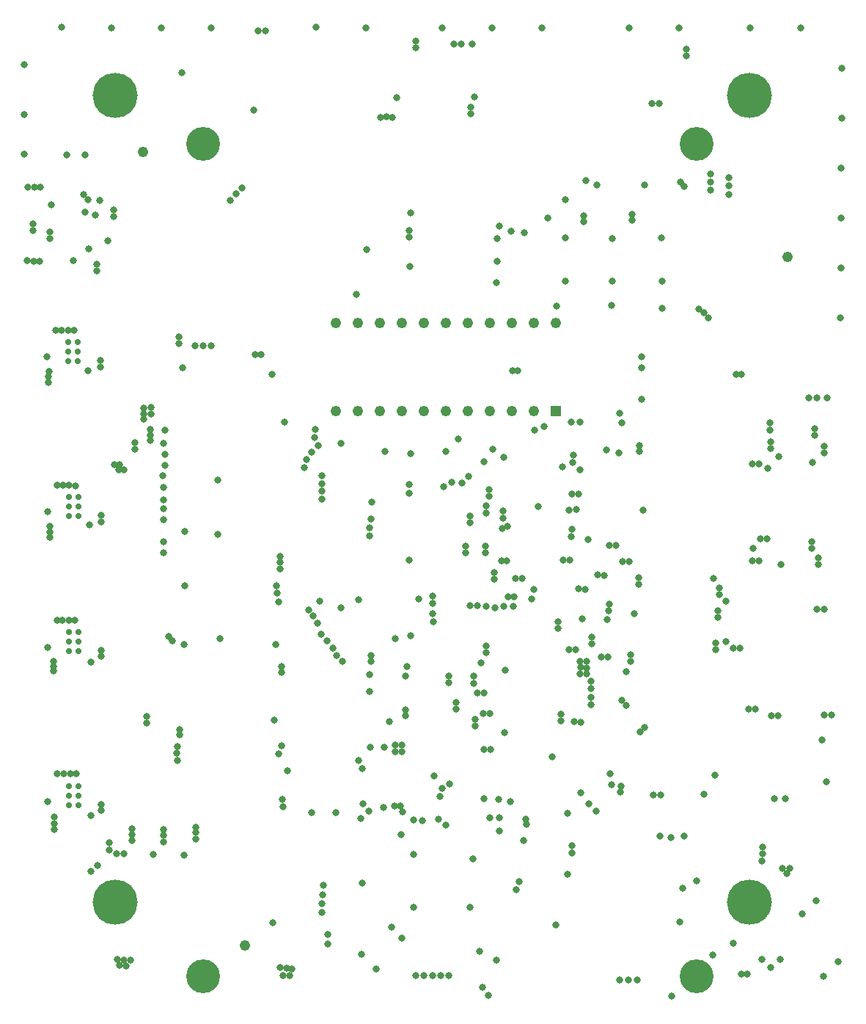
<source format=gbs>
G04*
G04 #@! TF.GenerationSoftware,Altium Limited,Altium Designer,20.0.2 (26)*
G04*
G04 Layer_Color=16711935*
%FSLAX44Y44*%
%MOMM*%
G71*
G01*
G75*
%ADD77C,1.2192*%
%ADD130C,3.9032*%
%ADD131R,1.2192X1.2192*%
%ADD132C,0.8032*%
%ADD133C,0.7032*%
%ADD134C,5.2032*%
%ADD135C,1.4732*%
D77*
X-702310Y-1074420D02*
D03*
X-820420Y-158750D02*
D03*
X-75692Y-279908D02*
D03*
X-343000Y-356000D02*
D03*
X-368400D02*
D03*
X-393800D02*
D03*
X-419200D02*
D03*
X-444600D02*
D03*
X-470000D02*
D03*
X-495400D02*
D03*
X-520800D02*
D03*
X-546200D02*
D03*
X-571600D02*
D03*
X-597000D02*
D03*
Y-457600D02*
D03*
X-571600D02*
D03*
X-546200D02*
D03*
X-520800D02*
D03*
X-495400D02*
D03*
X-470000D02*
D03*
X-444600D02*
D03*
X-419200D02*
D03*
X-393800D02*
D03*
X-368400D02*
D03*
D130*
X-750406Y-149796D02*
D03*
X-180406D02*
D03*
X-750406Y-1109796D02*
D03*
X-180406D02*
D03*
D131*
X-343000Y-457600D02*
D03*
D132*
X-719074Y-214376D02*
D03*
X-712216Y-207264D02*
D03*
X-705358Y-200152D02*
D03*
X-143510Y-208280D02*
D03*
Y-198120D02*
D03*
X-143256Y-188468D02*
D03*
X-165100Y-202692D02*
D03*
X-164846Y-193294D02*
D03*
Y-184150D02*
D03*
X-146812Y-723646D02*
D03*
X-146558Y-676910D02*
D03*
X-269494Y-1113536D02*
D03*
X-249682Y-1113790D02*
D03*
X-259334Y-1113536D02*
D03*
X-535940Y-816102D02*
D03*
X-14478Y-350520D02*
D03*
X-14224Y-292862D02*
D03*
X-13970Y-235204D02*
D03*
X-13716Y-177546D02*
D03*
X-13462Y-119888D02*
D03*
X-13208Y-62230D02*
D03*
X-60452Y-15494D02*
D03*
X-118872D02*
D03*
X-201422Y-16002D02*
D03*
X-259080Y-15748D02*
D03*
X-359156Y-16002D02*
D03*
X-416814Y-15748D02*
D03*
X-474472Y-15494D02*
D03*
X-562356D02*
D03*
X-620014Y-15240D02*
D03*
X-740918Y-16002D02*
D03*
X-798576Y-15748D02*
D03*
X-856234Y-15494D02*
D03*
X-913892Y-15240D02*
D03*
X-957072Y-58420D02*
D03*
X-957326Y-116078D02*
D03*
X-957072Y-161290D02*
D03*
X-908050Y-162560D02*
D03*
X-887222Y-162306D02*
D03*
X-658622Y-913892D02*
D03*
X-658876Y-905764D02*
D03*
X-733552Y-599694D02*
D03*
X-733298Y-537464D02*
D03*
X-839216Y-1097788D02*
D03*
X-847344Y-1097280D02*
D03*
X-76962Y-991108D02*
D03*
X-72898Y-985012D02*
D03*
X-81534D02*
D03*
X-872744Y-981456D02*
D03*
X-880110Y-988568D02*
D03*
X-42672Y-1022858D02*
D03*
X-59186Y-1037844D02*
D03*
X-105156Y-976630D02*
D03*
X-104902Y-968502D02*
D03*
X-104648Y-960628D02*
D03*
X-91186Y-904748D02*
D03*
X-78740D02*
D03*
X-927415Y-251206D02*
D03*
X-927354Y-259080D02*
D03*
X-946658Y-242062D02*
D03*
Y-249872D02*
D03*
X-322072Y-816102D02*
D03*
X-337566Y-815086D02*
D03*
Y-807212D02*
D03*
X-314198Y-816356D02*
D03*
X-138684Y-731520D02*
D03*
X-301752Y-726440D02*
D03*
X-131064Y-731520D02*
D03*
X-301762Y-718566D02*
D03*
X-256794Y-738886D02*
D03*
X-290830Y-741680D02*
D03*
X-256794Y-746506D02*
D03*
X-282956Y-741680D02*
D03*
X-154940Y-669090D02*
D03*
X-273558Y-612648D02*
D03*
X-281432Y-612902D02*
D03*
X-154940Y-661416D02*
D03*
X-282194Y-687832D02*
D03*
X-309372Y-663194D02*
D03*
X-281940Y-680212D02*
D03*
X-317246Y-662940D02*
D03*
X-317500Y-553212D02*
D03*
X-95250Y-493014D02*
D03*
X-325120Y-553466D02*
D03*
X-95250Y-500634D02*
D03*
X-96012Y-479806D02*
D03*
X-335026Y-629666D02*
D03*
X-96266Y-471678D02*
D03*
X-327406Y-629666D02*
D03*
X-267462Y-791518D02*
D03*
X-107442Y-604774D02*
D03*
X-262128Y-797106D02*
D03*
X-99568Y-604774D02*
D03*
X-302768Y-796036D02*
D03*
Y-769620D02*
D03*
X-320294Y-732790D02*
D03*
X-341122Y-700532D02*
D03*
X-424942Y-613664D02*
D03*
X-447548Y-620776D02*
D03*
X-424942Y-621284D02*
D03*
X-447548Y-613156D02*
D03*
X-442468Y-578866D02*
D03*
X-420370Y-548386D02*
D03*
Y-556260D02*
D03*
X-442468Y-586740D02*
D03*
X-434086Y-782574D02*
D03*
X-467106Y-763016D02*
D03*
X-426466Y-782574D02*
D03*
X-467106Y-770636D02*
D03*
X-423418Y-728726D02*
D03*
X-438404Y-771652D02*
D03*
X-423418Y-736346D02*
D03*
X-438150Y-763778D02*
D03*
X-419862Y-806450D02*
D03*
X-436372Y-821182D02*
D03*
X-427482Y-806704D02*
D03*
X-436372Y-813308D02*
D03*
X-172466Y-899668D02*
D03*
X-159258Y-877570D02*
D03*
X-196596Y-1008126D02*
D03*
X-180848Y-999744D02*
D03*
X-161544Y-650748D02*
D03*
X-529082Y-720090D02*
D03*
X-510794Y-717042D02*
D03*
X-34290Y-1109726D02*
D03*
X-17272Y-1093104D02*
D03*
X-83820Y-635000D02*
D03*
X-811784Y-491490D02*
D03*
Y-485394D02*
D03*
Y-479298D02*
D03*
X-816102Y-809752D02*
D03*
X-815848Y-817626D02*
D03*
X-347726Y-856488D02*
D03*
X-368554Y-663194D02*
D03*
X-363982Y-567690D02*
D03*
X-122174Y-1107186D02*
D03*
X-129032D02*
D03*
X-668528Y-814070D02*
D03*
X-36068Y-837184D02*
D03*
X-209550Y-1132586D02*
D03*
X-51308Y-442214D02*
D03*
X-41656Y-442468D02*
D03*
X-29972Y-442722D02*
D03*
X-33528Y-686308D02*
D03*
X-42164D02*
D03*
X-597662Y-921004D02*
D03*
X-625094Y-920750D02*
D03*
X-192786Y-48260D02*
D03*
X-513080Y-249174D02*
D03*
X-562102Y-271780D02*
D03*
X-772922Y-726694D02*
D03*
X-516890Y-763270D02*
D03*
X-429768Y-748538D02*
D03*
X-426466Y-904494D02*
D03*
X-465836Y-887730D02*
D03*
X-507238Y-969518D02*
D03*
X-442722Y-1030224D02*
D03*
X-439166Y-974598D02*
D03*
X-507480Y-1029728D02*
D03*
X-329692Y-992378D02*
D03*
X-377444Y-934466D02*
D03*
X-377698Y-928116D02*
D03*
X-522224Y-945896D02*
D03*
X-520192Y-919734D02*
D03*
X-522732Y-913130D02*
D03*
X-529336D02*
D03*
X-262382Y-758698D02*
D03*
X-252730Y-691388D02*
D03*
X-242570Y-571754D02*
D03*
X-540512Y-504444D02*
D03*
X-244348Y-444500D02*
D03*
X-244094Y-394716D02*
D03*
Y-407416D02*
D03*
X-408940Y-244602D02*
D03*
X-511302Y-228854D02*
D03*
X-687324Y-18796D02*
D03*
X-678942D02*
D03*
X-775208Y-67818D02*
D03*
X-692404Y-110236D02*
D03*
X-527050Y-96520D02*
D03*
X-192786Y-40132D02*
D03*
X-224282Y-103124D02*
D03*
X-232156Y-103378D02*
D03*
X-452628Y-34798D02*
D03*
X-460756D02*
D03*
X-441706Y-107188D02*
D03*
X-504698Y-38354D02*
D03*
Y-31242D02*
D03*
X-441706Y-115062D02*
D03*
X-531876Y-118872D02*
D03*
X-538734Y-118618D02*
D03*
X-545338Y-118872D02*
D03*
X-485648Y-671068D02*
D03*
X-690118Y-392938D02*
D03*
X-684022D02*
D03*
X-760222Y-382270D02*
D03*
X-750316D02*
D03*
X-740918D02*
D03*
X-731266Y-720598D02*
D03*
X-521462Y-850900D02*
D03*
X-528828D02*
D03*
X-521462Y-843280D02*
D03*
X-528828D02*
D03*
X-342392Y-336296D02*
D03*
X-220218Y-339090D02*
D03*
X-278638Y-336042D02*
D03*
X-513080Y-257048D02*
D03*
X-511810Y-291084D02*
D03*
X-515620Y-752602D02*
D03*
X-517144Y-802386D02*
D03*
X-516636Y-808736D02*
D03*
X-501650Y-674624D02*
D03*
X-777494Y-831342D02*
D03*
Y-825246D02*
D03*
X-513080Y-629920D02*
D03*
X-558800Y-602034D02*
D03*
Y-592128D02*
D03*
X-656844Y-470154D02*
D03*
X-661924Y-639572D02*
D03*
X-661670Y-632460D02*
D03*
Y-625602D02*
D03*
X-660400Y-758952D02*
D03*
X-660146Y-752602D02*
D03*
X-557022Y-739902D02*
D03*
Y-746252D02*
D03*
X-613410Y-559054D02*
D03*
X-613664Y-532130D02*
D03*
Y-541274D02*
D03*
X-613410Y-550164D02*
D03*
X-650748Y-1108710D02*
D03*
X-658114Y-1108456D02*
D03*
X-647954Y-1100836D02*
D03*
X-654304Y-1100328D02*
D03*
X-661416Y-1099820D02*
D03*
X-353060Y-234696D02*
D03*
X-195326Y-198374D02*
D03*
X-199644Y-193294D02*
D03*
X-255016Y-237998D02*
D03*
Y-231140D02*
D03*
X-311150Y-239522D02*
D03*
Y-232410D02*
D03*
X-308864Y-191770D02*
D03*
X-387350Y-411226D02*
D03*
X-395224Y-250698D02*
D03*
X-379730Y-251714D02*
D03*
X-325374Y-470408D02*
D03*
X-315214Y-470662D02*
D03*
X-24892Y-808482D02*
D03*
X-33274Y-808228D02*
D03*
X-86614Y-809498D02*
D03*
X-94234D02*
D03*
X-167132Y-350012D02*
D03*
X-172720Y-344678D02*
D03*
X-178054Y-339852D02*
D03*
X-128778Y-415290D02*
D03*
X-134874D02*
D03*
X-302514Y-777494D02*
D03*
X-159004Y-725424D02*
D03*
X-159014Y-733044D02*
D03*
X-811022Y-460756D02*
D03*
X-810768Y-453644D02*
D03*
X-116332Y-630428D02*
D03*
X-108458D02*
D03*
X-328178Y-732790D02*
D03*
X-115824Y-616458D02*
D03*
X-437388Y-95504D02*
D03*
X-497586Y-929894D02*
D03*
X-440182Y-34544D02*
D03*
X-507238Y-929132D02*
D03*
X-99060Y-523494D02*
D03*
X-44450Y-485394D02*
D03*
X-323342Y-508762D02*
D03*
X-44450Y-477774D02*
D03*
X-323596Y-516636D02*
D03*
X-247142Y-497586D02*
D03*
Y-504444D02*
D03*
X-328168Y-571754D02*
D03*
X-319786Y-571246D02*
D03*
X-335788Y-522478D02*
D03*
X-315214Y-525526D02*
D03*
X-308102Y-761238D02*
D03*
X-315214Y-760984D02*
D03*
X-308102Y-753872D02*
D03*
X-314960Y-753618D02*
D03*
X-307848Y-746760D02*
D03*
X-315214Y-746506D02*
D03*
X-312674Y-697230D02*
D03*
X-283718Y-698500D02*
D03*
X-305816Y-605536D02*
D03*
X-284734Y-502920D02*
D03*
X-270510Y-505968D02*
D03*
X-241300Y-822452D02*
D03*
X-246380Y-827786D02*
D03*
X-230632Y-900430D02*
D03*
X-222250D02*
D03*
X-267970Y-890016D02*
D03*
X-329692Y-921766D02*
D03*
X-268732Y-897382D02*
D03*
X-953008Y-199136D02*
D03*
X-945642Y-199390D02*
D03*
X-938784D02*
D03*
X-900176Y-283972D02*
D03*
X-939292Y-284734D02*
D03*
X-946150D02*
D03*
X-953516Y-284480D02*
D03*
X-371602Y-674116D02*
D03*
X-399288Y-590804D02*
D03*
X-406146Y-630428D02*
D03*
X-398526Y-671576D02*
D03*
X-663194Y-853440D02*
D03*
X-659686Y-844248D02*
D03*
X-780288Y-860552D02*
D03*
X-780796Y-852424D02*
D03*
X-780542Y-844550D02*
D03*
X-790702Y-717296D02*
D03*
X-786384Y-722884D02*
D03*
X-829310Y-501650D02*
D03*
Y-493776D02*
D03*
X-778764Y-379476D02*
D03*
Y-372110D02*
D03*
X-834644Y-1090676D02*
D03*
X-842264D02*
D03*
X-849630Y-1090422D02*
D03*
X-31242Y-885444D02*
D03*
X-200152Y-1046988D02*
D03*
X-532892Y-1052576D02*
D03*
X-521462Y-1065276D02*
D03*
X-551180Y-1100836D02*
D03*
X-408940Y-926846D02*
D03*
X-419354D02*
D03*
X-409448Y-905256D02*
D03*
X-395986Y-907796D02*
D03*
X-266954Y-471678D02*
D03*
X-270002Y-459994D02*
D03*
X-567436Y-1084072D02*
D03*
X-670052Y-1047840D02*
D03*
X-772922Y-970026D02*
D03*
X-808228Y-969264D02*
D03*
X-666496Y-726694D02*
D03*
X-797560Y-532130D02*
D03*
X-774446Y-407924D02*
D03*
X-671068Y-415290D02*
D03*
X-819150Y-467360D02*
D03*
Y-460756D02*
D03*
Y-454152D02*
D03*
X-241046Y-196850D02*
D03*
X-295656Y-197358D02*
D03*
X-332232Y-213614D02*
D03*
X-393446Y-411026D02*
D03*
X-85598Y-510286D02*
D03*
X-116586Y-518414D02*
D03*
X-46990Y-516890D02*
D03*
X-108966Y-518414D02*
D03*
X-391922Y-671630D02*
D03*
X-402590Y-828294D02*
D03*
X-402082Y-756920D02*
D03*
X-404876Y-592890D02*
D03*
X-399796Y-630174D02*
D03*
X-484886Y-700786D02*
D03*
X-485902Y-679958D02*
D03*
X-485394Y-691134D02*
D03*
X-573532Y-323088D02*
D03*
X-556514Y-581968D02*
D03*
X-556260Y-563172D02*
D03*
X-558038Y-762054D02*
D03*
X-558292Y-780850D02*
D03*
X-842010Y-525780D02*
D03*
X-848106Y-525834D02*
D03*
X-847090Y-519484D02*
D03*
X-853186Y-519992D02*
D03*
X-155956Y-695706D02*
D03*
X-287528Y-647246D02*
D03*
X-156210Y-688086D02*
D03*
X-295148Y-646992D02*
D03*
X-33274Y-505714D02*
D03*
X-325120Y-593852D02*
D03*
X-33274Y-498094D02*
D03*
X-325374Y-602234D02*
D03*
X-382016Y-651002D02*
D03*
X-414782Y-643636D02*
D03*
X-389636Y-651002D02*
D03*
X-414782Y-651256D02*
D03*
X-40132Y-635000D02*
D03*
X-302778Y-788162D02*
D03*
X-39878Y-627380D02*
D03*
X-47752Y-616204D02*
D03*
X-48006Y-608584D02*
D03*
X-341122Y-708460D02*
D03*
X-874776Y-231448D02*
D03*
X-869950Y-214938D02*
D03*
X-882598Y-270870D02*
D03*
X-860806Y-261166D02*
D03*
X-591820Y-495046D02*
D03*
X-621792Y-488442D02*
D03*
X-859028Y-963676D02*
D03*
X-842264Y-968502D02*
D03*
X-850392D02*
D03*
X-859028Y-955294D02*
D03*
X-380873Y-953135D02*
D03*
X-408432Y-942086D02*
D03*
X-853948Y-225552D02*
D03*
X-404114Y-581152D02*
D03*
X-423672Y-575056D02*
D03*
X-926084Y-219710D02*
D03*
X-886968Y-228600D02*
D03*
X-883920Y-213922D02*
D03*
X-889000Y-207826D02*
D03*
X-853948Y-233362D02*
D03*
X-873760Y-288734D02*
D03*
Y-296354D02*
D03*
X-368300Y-480060D02*
D03*
X-356870Y-475234D02*
D03*
X-411734Y-309626D02*
D03*
X-410718Y-259080D02*
D03*
X-411480Y-284734D02*
D03*
X-403860Y-510921D02*
D03*
X-324358Y-959358D02*
D03*
X-324612Y-967486D02*
D03*
X-120396Y-801624D02*
D03*
X-112776Y-801878D02*
D03*
X-423672Y-567182D02*
D03*
X-404114Y-573278D02*
D03*
X-247396Y-657352D02*
D03*
X-258572Y-631444D02*
D03*
X-247396Y-649732D02*
D03*
X-266192Y-631190D02*
D03*
X-443738Y-533146D02*
D03*
X-415798Y-501904D02*
D03*
X-512826Y-552450D02*
D03*
X-511302Y-506984D02*
D03*
X-512826Y-542544D02*
D03*
X-463296Y-540258D02*
D03*
X-473202Y-545338D02*
D03*
X-403606Y-683260D02*
D03*
X-413512Y-684276D02*
D03*
X-423672Y-683260D02*
D03*
X-392684D02*
D03*
X-433578Y-682244D02*
D03*
X-442214Y-682498D02*
D03*
X-426466Y-516382D02*
D03*
X-456184Y-489966D02*
D03*
X-571246Y-860552D02*
D03*
X-566674Y-870458D02*
D03*
X-458216Y-801878D02*
D03*
X-653542Y-872490D02*
D03*
X-621030Y-479298D02*
D03*
X-617728Y-497332D02*
D03*
X-625094Y-504952D02*
D03*
X-631444Y-513334D02*
D03*
X-633730Y-522986D02*
D03*
X-663194Y-677672D02*
D03*
X-665734Y-659130D02*
D03*
X-665480Y-667766D02*
D03*
X-332613Y-258181D02*
D03*
X-278130Y-258689D02*
D03*
X-221107Y-258181D02*
D03*
X-220726Y-307848D02*
D03*
X-332486Y-308102D02*
D03*
X-794258Y-480060D02*
D03*
X-796036Y-494792D02*
D03*
X-794512Y-507746D02*
D03*
X-794258Y-520192D02*
D03*
X-796036Y-545846D02*
D03*
Y-560070D02*
D03*
X-796544Y-570738D02*
D03*
X-796290Y-583438D02*
D03*
X-796544Y-621538D02*
D03*
X-796290Y-608838D02*
D03*
X-411988Y-1091184D02*
D03*
X-431292Y-1081278D02*
D03*
X-420878Y-1131316D02*
D03*
X-427942Y-1122124D02*
D03*
X-419100Y-848360D02*
D03*
X-426720D02*
D03*
X-458216Y-794004D02*
D03*
X-452120Y-540512D02*
D03*
X-280670Y-876046D02*
D03*
X-305562Y-910590D02*
D03*
X-296672Y-919480D02*
D03*
X-477520Y-902208D02*
D03*
X-474726Y-892810D02*
D03*
X-483616Y-878332D02*
D03*
X-314452Y-898398D02*
D03*
X-557784Y-845820D02*
D03*
X-559308Y-919480D02*
D03*
X-565912Y-910844D02*
D03*
X-568198Y-927608D02*
D03*
X-541782Y-845312D02*
D03*
X-542036Y-915162D02*
D03*
X-607822Y-722884D02*
D03*
X-589534Y-746506D02*
D03*
X-470408Y-504698D02*
D03*
X-195326Y-947928D02*
D03*
X-223266Y-947674D02*
D03*
X-210820Y-949706D02*
D03*
X-571246Y-675640D02*
D03*
X-279146Y-888492D02*
D03*
X-596646Y-739648D02*
D03*
X-600964Y-731266D02*
D03*
X-613918Y-715010D02*
D03*
X-618490Y-702564D02*
D03*
X-623824Y-694182D02*
D03*
X-628650Y-686816D02*
D03*
X-616204Y-676656D02*
D03*
X-591312Y-684530D02*
D03*
X-613664Y-1036066D02*
D03*
X-613156Y-1025906D02*
D03*
X-612648Y-1016000D02*
D03*
X-611696Y-1004507D02*
D03*
X-343662Y-1050036D02*
D03*
X-466598Y-1108456D02*
D03*
X-476250D02*
D03*
X-485902D02*
D03*
X-495554D02*
D03*
X-505206D02*
D03*
X-566928Y-1002284D02*
D03*
X-606298Y-1072134D02*
D03*
X-606806Y-1061212D02*
D03*
X-868426Y-577850D02*
D03*
X-927608Y-591058D02*
D03*
X-868426Y-585470D02*
D03*
X-881888Y-589026D02*
D03*
X-927608Y-597154D02*
D03*
X-162306Y-1084834D02*
D03*
X-105410Y-1090422D02*
D03*
X-84582Y-1090168D02*
D03*
X-95250Y-1099312D02*
D03*
X-138176Y-1071626D02*
D03*
X-478790Y-928116D02*
D03*
X-470408Y-935482D02*
D03*
X-389382Y-1009904D02*
D03*
X-386080Y-1000760D02*
D03*
X-759206Y-950976D02*
D03*
Y-943864D02*
D03*
X-758698Y-937514D02*
D03*
X-796544Y-954786D02*
D03*
Y-947166D02*
D03*
Y-940054D02*
D03*
X-832358Y-953008D02*
D03*
Y-946404D02*
D03*
Y-939292D02*
D03*
X-879856Y-747014D02*
D03*
X-883666Y-411226D02*
D03*
X-930656Y-394716D02*
D03*
X-928624Y-411988D02*
D03*
X-928878Y-418338D02*
D03*
Y-424434D02*
D03*
X-906526Y-364490D02*
D03*
X-913638D02*
D03*
X-920496D02*
D03*
X-899414D02*
D03*
X-905256Y-543560D02*
D03*
X-912368D02*
D03*
X-919480D02*
D03*
X-897890Y-543814D02*
D03*
X-930148Y-573786D02*
D03*
X-927608Y-602996D02*
D03*
X-905764Y-699262D02*
D03*
X-919226D02*
D03*
X-912876D02*
D03*
X-898652D02*
D03*
X-929894Y-730758D02*
D03*
X-923290Y-752094D02*
D03*
X-923544Y-746252D02*
D03*
X-923290Y-757428D02*
D03*
X-919480Y-876300D02*
D03*
X-911606D02*
D03*
X-897128Y-876046D02*
D03*
X-904240D02*
D03*
X-929894Y-908304D02*
D03*
X-922528Y-940308D02*
D03*
Y-933450D02*
D03*
Y-926338D02*
D03*
X-880110Y-924052D02*
D03*
X-869442Y-407162D02*
D03*
Y-399542D02*
D03*
X-867918Y-740664D02*
D03*
X-868172Y-918718D02*
D03*
Y-911352D02*
D03*
X-771398Y-596900D02*
D03*
X-771906Y-659384D02*
D03*
X-867918Y-733552D02*
D03*
X-278384Y-307848D02*
D03*
X-750406Y-1109796D02*
D03*
D133*
X-905500Y-712646D02*
D03*
X-894500D02*
D03*
X-905500Y-723646D02*
D03*
X-894500D02*
D03*
X-905500Y-734646D02*
D03*
X-894500D02*
D03*
X-895262Y-399810D02*
D03*
X-906262D02*
D03*
X-895262Y-388810D02*
D03*
X-906262D02*
D03*
X-895262Y-377810D02*
D03*
X-906262D02*
D03*
X-894500Y-912256D02*
D03*
X-905500D02*
D03*
X-894500Y-901256D02*
D03*
X-905500D02*
D03*
X-894500Y-890256D02*
D03*
X-905500D02*
D03*
X-894500Y-578436D02*
D03*
X-905500D02*
D03*
X-894500Y-567436D02*
D03*
X-905500D02*
D03*
X-894500Y-556436D02*
D03*
X-905500D02*
D03*
D134*
X-119558Y-93500D02*
D03*
X-119658Y-1024000D02*
D03*
X-852558D02*
D03*
X-852458Y-93500D02*
D03*
D135*
X-750406Y-149796D02*
D03*
X-180406D02*
D03*
Y-1109796D02*
D03*
M02*

</source>
